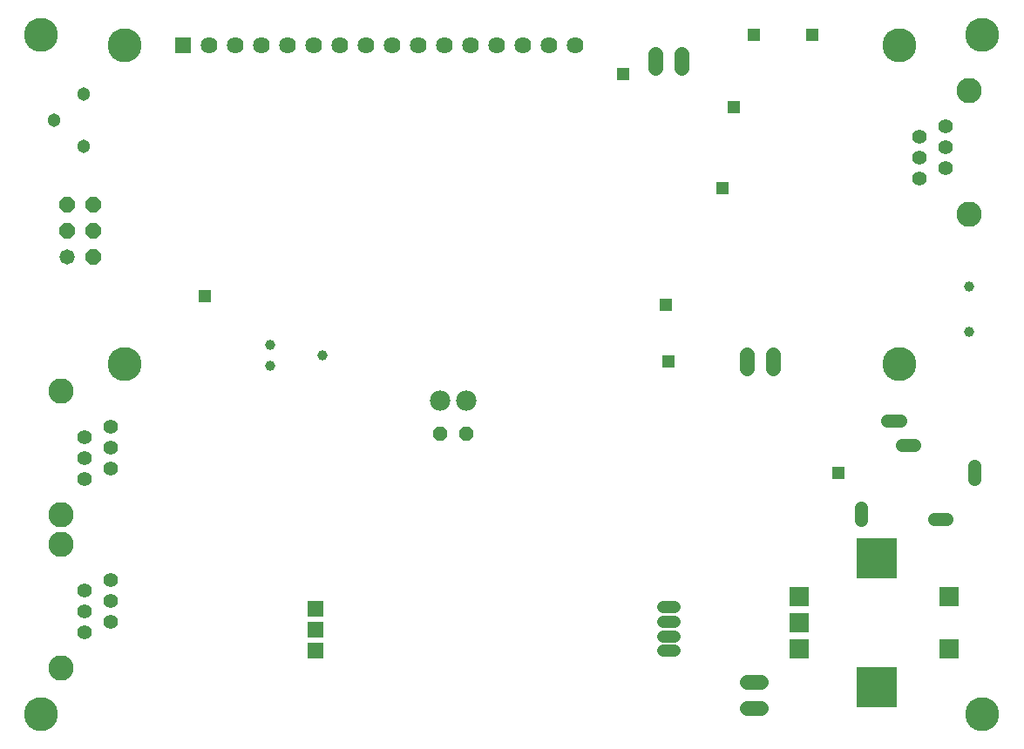
<source format=gts>
G75*
%MOIN*%
%OFA0B0*%
%FSLAX25Y25*%
%IPPOS*%
%LPD*%
%AMOC8*
5,1,8,0,0,1.08239X$1,22.5*
%
%ADD10C,0.12998*%
%ADD11C,0.03900*%
%ADD12C,0.03943*%
%ADD13R,0.15424X0.15424*%
%ADD14R,0.07487X0.07487*%
%ADD15C,0.04534*%
%ADD16R,0.06400X0.06400*%
%ADD17C,0.06400*%
%ADD18C,0.05518*%
%ADD19C,0.09691*%
%ADD20C,0.07800*%
%ADD21R,0.06306X0.06306*%
%ADD22OC8,0.05200*%
%ADD23C,0.05800*%
%ADD24OC8,0.05800*%
%ADD25C,0.05124*%
%ADD26C,0.05800*%
%ADD27C,0.05124*%
%ADD28R,0.04534X0.04534*%
D10*
X0017325Y0016800D03*
X0049294Y0150776D03*
X0049294Y0272824D03*
X0017325Y0276800D03*
X0345357Y0272824D03*
X0377325Y0276800D03*
X0345357Y0150776D03*
X0377325Y0016800D03*
D11*
X0124825Y0154300D03*
X0104825Y0150300D03*
X0104825Y0158300D03*
D12*
X0372325Y0163139D03*
X0372325Y0180461D03*
D13*
X0336853Y0076406D03*
X0336853Y0027194D03*
D14*
X0364412Y0041957D03*
X0364412Y0061643D03*
X0307325Y0061643D03*
X0307325Y0051800D03*
X0307325Y0041957D03*
D15*
X0259392Y0040989D02*
X0255258Y0040989D01*
X0255258Y0046613D02*
X0259392Y0046613D01*
X0259392Y0052237D02*
X0255258Y0052237D01*
X0255258Y0057861D02*
X0259392Y0057861D01*
D16*
X0071341Y0272824D03*
D17*
X0081341Y0272824D03*
X0091341Y0272824D03*
X0101341Y0272824D03*
X0111341Y0272824D03*
X0121341Y0272824D03*
X0131341Y0272824D03*
X0141341Y0272824D03*
X0151341Y0272824D03*
X0161341Y0272824D03*
X0171341Y0272824D03*
X0181341Y0272824D03*
X0191341Y0272824D03*
X0201341Y0272824D03*
X0211341Y0272824D03*
X0221341Y0272824D03*
D18*
X0353270Y0237863D03*
X0363270Y0241800D03*
X0363270Y0233769D03*
X0353270Y0229831D03*
X0363270Y0225737D03*
X0353270Y0221800D03*
X0043880Y0126800D03*
X0033880Y0122863D03*
X0033880Y0114831D03*
X0043880Y0118769D03*
X0043880Y0110737D03*
X0033880Y0106800D03*
X0043880Y0068050D03*
X0033880Y0064113D03*
X0033880Y0056081D03*
X0043880Y0060019D03*
X0043880Y0051987D03*
X0033880Y0048050D03*
D19*
X0024825Y0034428D03*
X0024825Y0081672D03*
X0024825Y0093178D03*
X0024825Y0140422D03*
X0372325Y0208178D03*
X0372325Y0255422D03*
D20*
X0179825Y0136800D03*
X0169825Y0136800D03*
D21*
X0122325Y0057300D03*
X0122325Y0049300D03*
X0122325Y0041300D03*
D22*
X0169825Y0124300D03*
X0179825Y0124300D03*
D23*
X0027325Y0191800D03*
D24*
X0037325Y0191800D03*
X0037325Y0201800D03*
X0027325Y0201800D03*
X0027325Y0211800D03*
X0037325Y0211800D03*
D25*
X0033546Y0234300D03*
X0022325Y0244300D03*
X0033546Y0254300D03*
D26*
X0252325Y0264100D02*
X0252325Y0269500D01*
X0262325Y0269500D02*
X0262325Y0264100D01*
X0287325Y0154500D02*
X0287325Y0149100D01*
X0297325Y0149100D02*
X0297325Y0154500D01*
X0292525Y0029300D02*
X0287125Y0029300D01*
X0287125Y0019300D02*
X0292525Y0019300D01*
D27*
X0330750Y0091190D02*
X0330750Y0095914D01*
X0358703Y0091387D02*
X0363428Y0091387D01*
X0374057Y0106938D02*
X0374057Y0111662D01*
X0351223Y0119733D02*
X0346498Y0119733D01*
X0345711Y0129182D02*
X0340987Y0129182D01*
D28*
X0322325Y0109300D03*
X0257325Y0151800D03*
X0256065Y0173517D03*
X0277950Y0218050D03*
X0282325Y0249300D03*
X0289825Y0276800D03*
X0312325Y0276800D03*
X0239825Y0261800D03*
X0079825Y0176800D03*
M02*

</source>
